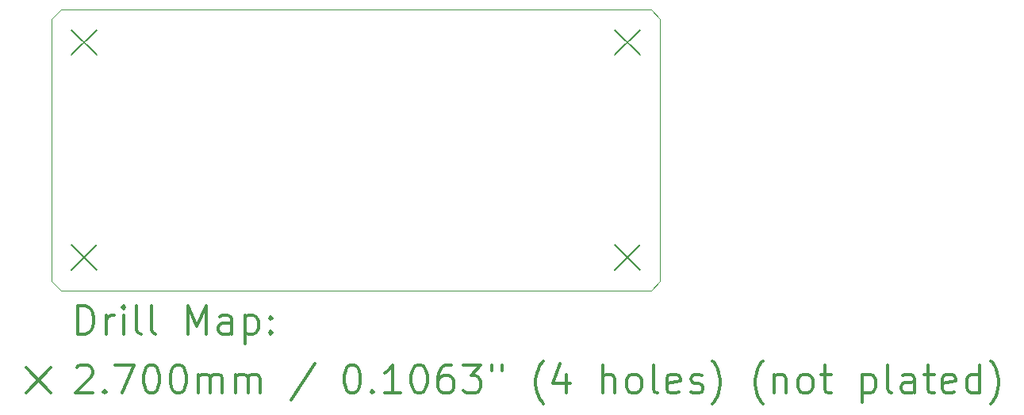
<source format=gbr>
%FSLAX45Y45*%
G04 Gerber Fmt 4.5, Leading zero omitted, Abs format (unit mm)*
G04 Created by KiCad (PCBNEW 5.1.10-88a1d61d58~88~ubuntu20.04.1) date 2021-05-10 23:57:14*
%MOMM*%
%LPD*%
G01*
G04 APERTURE LIST*
%TA.AperFunction,Profile*%
%ADD10C,0.050000*%
%TD*%
%ADD11C,0.200000*%
%ADD12C,0.300000*%
G04 APERTURE END LIST*
D10*
X18400000Y-8900000D02*
X12100000Y-8900000D01*
X18500000Y-9000000D02*
X18400000Y-8900000D01*
X18500000Y-11800000D02*
X18500000Y-9000000D01*
X18400000Y-11900000D02*
X18500000Y-11800000D01*
X12100000Y-11900000D02*
X18400000Y-11900000D01*
X12000000Y-11800000D02*
X12100000Y-11900000D01*
X12000000Y-9000000D02*
X12000000Y-11800000D01*
X12100000Y-8900000D02*
X12000000Y-9000000D01*
D11*
X12215000Y-9115000D02*
X12485000Y-9385000D01*
X12485000Y-9115000D02*
X12215000Y-9385000D01*
X12215000Y-11415000D02*
X12485000Y-11685000D01*
X12485000Y-11415000D02*
X12215000Y-11685000D01*
X18015000Y-9115000D02*
X18285000Y-9385000D01*
X18285000Y-9115000D02*
X18015000Y-9385000D01*
X18015000Y-11415000D02*
X18285000Y-11685000D01*
X18285000Y-11415000D02*
X18015000Y-11685000D01*
D12*
X12283928Y-12368214D02*
X12283928Y-12068214D01*
X12355357Y-12068214D01*
X12398214Y-12082500D01*
X12426786Y-12111071D01*
X12441071Y-12139643D01*
X12455357Y-12196786D01*
X12455357Y-12239643D01*
X12441071Y-12296786D01*
X12426786Y-12325357D01*
X12398214Y-12353929D01*
X12355357Y-12368214D01*
X12283928Y-12368214D01*
X12583928Y-12368214D02*
X12583928Y-12168214D01*
X12583928Y-12225357D02*
X12598214Y-12196786D01*
X12612500Y-12182500D01*
X12641071Y-12168214D01*
X12669643Y-12168214D01*
X12769643Y-12368214D02*
X12769643Y-12168214D01*
X12769643Y-12068214D02*
X12755357Y-12082500D01*
X12769643Y-12096786D01*
X12783928Y-12082500D01*
X12769643Y-12068214D01*
X12769643Y-12096786D01*
X12955357Y-12368214D02*
X12926786Y-12353929D01*
X12912500Y-12325357D01*
X12912500Y-12068214D01*
X13112500Y-12368214D02*
X13083928Y-12353929D01*
X13069643Y-12325357D01*
X13069643Y-12068214D01*
X13455357Y-12368214D02*
X13455357Y-12068214D01*
X13555357Y-12282500D01*
X13655357Y-12068214D01*
X13655357Y-12368214D01*
X13926786Y-12368214D02*
X13926786Y-12211071D01*
X13912500Y-12182500D01*
X13883928Y-12168214D01*
X13826786Y-12168214D01*
X13798214Y-12182500D01*
X13926786Y-12353929D02*
X13898214Y-12368214D01*
X13826786Y-12368214D01*
X13798214Y-12353929D01*
X13783928Y-12325357D01*
X13783928Y-12296786D01*
X13798214Y-12268214D01*
X13826786Y-12253929D01*
X13898214Y-12253929D01*
X13926786Y-12239643D01*
X14069643Y-12168214D02*
X14069643Y-12468214D01*
X14069643Y-12182500D02*
X14098214Y-12168214D01*
X14155357Y-12168214D01*
X14183928Y-12182500D01*
X14198214Y-12196786D01*
X14212500Y-12225357D01*
X14212500Y-12311071D01*
X14198214Y-12339643D01*
X14183928Y-12353929D01*
X14155357Y-12368214D01*
X14098214Y-12368214D01*
X14069643Y-12353929D01*
X14341071Y-12339643D02*
X14355357Y-12353929D01*
X14341071Y-12368214D01*
X14326786Y-12353929D01*
X14341071Y-12339643D01*
X14341071Y-12368214D01*
X14341071Y-12182500D02*
X14355357Y-12196786D01*
X14341071Y-12211071D01*
X14326786Y-12196786D01*
X14341071Y-12182500D01*
X14341071Y-12211071D01*
X11727500Y-12727500D02*
X11997500Y-12997500D01*
X11997500Y-12727500D02*
X11727500Y-12997500D01*
X12269643Y-12726786D02*
X12283928Y-12712500D01*
X12312500Y-12698214D01*
X12383928Y-12698214D01*
X12412500Y-12712500D01*
X12426786Y-12726786D01*
X12441071Y-12755357D01*
X12441071Y-12783929D01*
X12426786Y-12826786D01*
X12255357Y-12998214D01*
X12441071Y-12998214D01*
X12569643Y-12969643D02*
X12583928Y-12983929D01*
X12569643Y-12998214D01*
X12555357Y-12983929D01*
X12569643Y-12969643D01*
X12569643Y-12998214D01*
X12683928Y-12698214D02*
X12883928Y-12698214D01*
X12755357Y-12998214D01*
X13055357Y-12698214D02*
X13083928Y-12698214D01*
X13112500Y-12712500D01*
X13126786Y-12726786D01*
X13141071Y-12755357D01*
X13155357Y-12812500D01*
X13155357Y-12883929D01*
X13141071Y-12941071D01*
X13126786Y-12969643D01*
X13112500Y-12983929D01*
X13083928Y-12998214D01*
X13055357Y-12998214D01*
X13026786Y-12983929D01*
X13012500Y-12969643D01*
X12998214Y-12941071D01*
X12983928Y-12883929D01*
X12983928Y-12812500D01*
X12998214Y-12755357D01*
X13012500Y-12726786D01*
X13026786Y-12712500D01*
X13055357Y-12698214D01*
X13341071Y-12698214D02*
X13369643Y-12698214D01*
X13398214Y-12712500D01*
X13412500Y-12726786D01*
X13426786Y-12755357D01*
X13441071Y-12812500D01*
X13441071Y-12883929D01*
X13426786Y-12941071D01*
X13412500Y-12969643D01*
X13398214Y-12983929D01*
X13369643Y-12998214D01*
X13341071Y-12998214D01*
X13312500Y-12983929D01*
X13298214Y-12969643D01*
X13283928Y-12941071D01*
X13269643Y-12883929D01*
X13269643Y-12812500D01*
X13283928Y-12755357D01*
X13298214Y-12726786D01*
X13312500Y-12712500D01*
X13341071Y-12698214D01*
X13569643Y-12998214D02*
X13569643Y-12798214D01*
X13569643Y-12826786D02*
X13583928Y-12812500D01*
X13612500Y-12798214D01*
X13655357Y-12798214D01*
X13683928Y-12812500D01*
X13698214Y-12841071D01*
X13698214Y-12998214D01*
X13698214Y-12841071D02*
X13712500Y-12812500D01*
X13741071Y-12798214D01*
X13783928Y-12798214D01*
X13812500Y-12812500D01*
X13826786Y-12841071D01*
X13826786Y-12998214D01*
X13969643Y-12998214D02*
X13969643Y-12798214D01*
X13969643Y-12826786D02*
X13983928Y-12812500D01*
X14012500Y-12798214D01*
X14055357Y-12798214D01*
X14083928Y-12812500D01*
X14098214Y-12841071D01*
X14098214Y-12998214D01*
X14098214Y-12841071D02*
X14112500Y-12812500D01*
X14141071Y-12798214D01*
X14183928Y-12798214D01*
X14212500Y-12812500D01*
X14226786Y-12841071D01*
X14226786Y-12998214D01*
X14812500Y-12683929D02*
X14555357Y-13069643D01*
X15198214Y-12698214D02*
X15226786Y-12698214D01*
X15255357Y-12712500D01*
X15269643Y-12726786D01*
X15283928Y-12755357D01*
X15298214Y-12812500D01*
X15298214Y-12883929D01*
X15283928Y-12941071D01*
X15269643Y-12969643D01*
X15255357Y-12983929D01*
X15226786Y-12998214D01*
X15198214Y-12998214D01*
X15169643Y-12983929D01*
X15155357Y-12969643D01*
X15141071Y-12941071D01*
X15126786Y-12883929D01*
X15126786Y-12812500D01*
X15141071Y-12755357D01*
X15155357Y-12726786D01*
X15169643Y-12712500D01*
X15198214Y-12698214D01*
X15426786Y-12969643D02*
X15441071Y-12983929D01*
X15426786Y-12998214D01*
X15412500Y-12983929D01*
X15426786Y-12969643D01*
X15426786Y-12998214D01*
X15726786Y-12998214D02*
X15555357Y-12998214D01*
X15641071Y-12998214D02*
X15641071Y-12698214D01*
X15612500Y-12741071D01*
X15583928Y-12769643D01*
X15555357Y-12783929D01*
X15912500Y-12698214D02*
X15941071Y-12698214D01*
X15969643Y-12712500D01*
X15983928Y-12726786D01*
X15998214Y-12755357D01*
X16012500Y-12812500D01*
X16012500Y-12883929D01*
X15998214Y-12941071D01*
X15983928Y-12969643D01*
X15969643Y-12983929D01*
X15941071Y-12998214D01*
X15912500Y-12998214D01*
X15883928Y-12983929D01*
X15869643Y-12969643D01*
X15855357Y-12941071D01*
X15841071Y-12883929D01*
X15841071Y-12812500D01*
X15855357Y-12755357D01*
X15869643Y-12726786D01*
X15883928Y-12712500D01*
X15912500Y-12698214D01*
X16269643Y-12698214D02*
X16212500Y-12698214D01*
X16183928Y-12712500D01*
X16169643Y-12726786D01*
X16141071Y-12769643D01*
X16126786Y-12826786D01*
X16126786Y-12941071D01*
X16141071Y-12969643D01*
X16155357Y-12983929D01*
X16183928Y-12998214D01*
X16241071Y-12998214D01*
X16269643Y-12983929D01*
X16283928Y-12969643D01*
X16298214Y-12941071D01*
X16298214Y-12869643D01*
X16283928Y-12841071D01*
X16269643Y-12826786D01*
X16241071Y-12812500D01*
X16183928Y-12812500D01*
X16155357Y-12826786D01*
X16141071Y-12841071D01*
X16126786Y-12869643D01*
X16398214Y-12698214D02*
X16583928Y-12698214D01*
X16483928Y-12812500D01*
X16526786Y-12812500D01*
X16555357Y-12826786D01*
X16569643Y-12841071D01*
X16583928Y-12869643D01*
X16583928Y-12941071D01*
X16569643Y-12969643D01*
X16555357Y-12983929D01*
X16526786Y-12998214D01*
X16441071Y-12998214D01*
X16412500Y-12983929D01*
X16398214Y-12969643D01*
X16698214Y-12698214D02*
X16698214Y-12755357D01*
X16812500Y-12698214D02*
X16812500Y-12755357D01*
X17255357Y-13112500D02*
X17241071Y-13098214D01*
X17212500Y-13055357D01*
X17198214Y-13026786D01*
X17183928Y-12983929D01*
X17169643Y-12912500D01*
X17169643Y-12855357D01*
X17183928Y-12783929D01*
X17198214Y-12741071D01*
X17212500Y-12712500D01*
X17241071Y-12669643D01*
X17255357Y-12655357D01*
X17498214Y-12798214D02*
X17498214Y-12998214D01*
X17426786Y-12683929D02*
X17355357Y-12898214D01*
X17541071Y-12898214D01*
X17883928Y-12998214D02*
X17883928Y-12698214D01*
X18012500Y-12998214D02*
X18012500Y-12841071D01*
X17998214Y-12812500D01*
X17969643Y-12798214D01*
X17926786Y-12798214D01*
X17898214Y-12812500D01*
X17883928Y-12826786D01*
X18198214Y-12998214D02*
X18169643Y-12983929D01*
X18155357Y-12969643D01*
X18141071Y-12941071D01*
X18141071Y-12855357D01*
X18155357Y-12826786D01*
X18169643Y-12812500D01*
X18198214Y-12798214D01*
X18241071Y-12798214D01*
X18269643Y-12812500D01*
X18283928Y-12826786D01*
X18298214Y-12855357D01*
X18298214Y-12941071D01*
X18283928Y-12969643D01*
X18269643Y-12983929D01*
X18241071Y-12998214D01*
X18198214Y-12998214D01*
X18469643Y-12998214D02*
X18441071Y-12983929D01*
X18426786Y-12955357D01*
X18426786Y-12698214D01*
X18698214Y-12983929D02*
X18669643Y-12998214D01*
X18612500Y-12998214D01*
X18583928Y-12983929D01*
X18569643Y-12955357D01*
X18569643Y-12841071D01*
X18583928Y-12812500D01*
X18612500Y-12798214D01*
X18669643Y-12798214D01*
X18698214Y-12812500D01*
X18712500Y-12841071D01*
X18712500Y-12869643D01*
X18569643Y-12898214D01*
X18826786Y-12983929D02*
X18855357Y-12998214D01*
X18912500Y-12998214D01*
X18941071Y-12983929D01*
X18955357Y-12955357D01*
X18955357Y-12941071D01*
X18941071Y-12912500D01*
X18912500Y-12898214D01*
X18869643Y-12898214D01*
X18841071Y-12883929D01*
X18826786Y-12855357D01*
X18826786Y-12841071D01*
X18841071Y-12812500D01*
X18869643Y-12798214D01*
X18912500Y-12798214D01*
X18941071Y-12812500D01*
X19055357Y-13112500D02*
X19069643Y-13098214D01*
X19098214Y-13055357D01*
X19112500Y-13026786D01*
X19126786Y-12983929D01*
X19141071Y-12912500D01*
X19141071Y-12855357D01*
X19126786Y-12783929D01*
X19112500Y-12741071D01*
X19098214Y-12712500D01*
X19069643Y-12669643D01*
X19055357Y-12655357D01*
X19598214Y-13112500D02*
X19583928Y-13098214D01*
X19555357Y-13055357D01*
X19541071Y-13026786D01*
X19526786Y-12983929D01*
X19512500Y-12912500D01*
X19512500Y-12855357D01*
X19526786Y-12783929D01*
X19541071Y-12741071D01*
X19555357Y-12712500D01*
X19583928Y-12669643D01*
X19598214Y-12655357D01*
X19712500Y-12798214D02*
X19712500Y-12998214D01*
X19712500Y-12826786D02*
X19726786Y-12812500D01*
X19755357Y-12798214D01*
X19798214Y-12798214D01*
X19826786Y-12812500D01*
X19841071Y-12841071D01*
X19841071Y-12998214D01*
X20026786Y-12998214D02*
X19998214Y-12983929D01*
X19983928Y-12969643D01*
X19969643Y-12941071D01*
X19969643Y-12855357D01*
X19983928Y-12826786D01*
X19998214Y-12812500D01*
X20026786Y-12798214D01*
X20069643Y-12798214D01*
X20098214Y-12812500D01*
X20112500Y-12826786D01*
X20126786Y-12855357D01*
X20126786Y-12941071D01*
X20112500Y-12969643D01*
X20098214Y-12983929D01*
X20069643Y-12998214D01*
X20026786Y-12998214D01*
X20212500Y-12798214D02*
X20326786Y-12798214D01*
X20255357Y-12698214D02*
X20255357Y-12955357D01*
X20269643Y-12983929D01*
X20298214Y-12998214D01*
X20326786Y-12998214D01*
X20655357Y-12798214D02*
X20655357Y-13098214D01*
X20655357Y-12812500D02*
X20683928Y-12798214D01*
X20741071Y-12798214D01*
X20769643Y-12812500D01*
X20783928Y-12826786D01*
X20798214Y-12855357D01*
X20798214Y-12941071D01*
X20783928Y-12969643D01*
X20769643Y-12983929D01*
X20741071Y-12998214D01*
X20683928Y-12998214D01*
X20655357Y-12983929D01*
X20969643Y-12998214D02*
X20941071Y-12983929D01*
X20926786Y-12955357D01*
X20926786Y-12698214D01*
X21212500Y-12998214D02*
X21212500Y-12841071D01*
X21198214Y-12812500D01*
X21169643Y-12798214D01*
X21112500Y-12798214D01*
X21083928Y-12812500D01*
X21212500Y-12983929D02*
X21183928Y-12998214D01*
X21112500Y-12998214D01*
X21083928Y-12983929D01*
X21069643Y-12955357D01*
X21069643Y-12926786D01*
X21083928Y-12898214D01*
X21112500Y-12883929D01*
X21183928Y-12883929D01*
X21212500Y-12869643D01*
X21312500Y-12798214D02*
X21426786Y-12798214D01*
X21355357Y-12698214D02*
X21355357Y-12955357D01*
X21369643Y-12983929D01*
X21398214Y-12998214D01*
X21426786Y-12998214D01*
X21641071Y-12983929D02*
X21612500Y-12998214D01*
X21555357Y-12998214D01*
X21526786Y-12983929D01*
X21512500Y-12955357D01*
X21512500Y-12841071D01*
X21526786Y-12812500D01*
X21555357Y-12798214D01*
X21612500Y-12798214D01*
X21641071Y-12812500D01*
X21655357Y-12841071D01*
X21655357Y-12869643D01*
X21512500Y-12898214D01*
X21912500Y-12998214D02*
X21912500Y-12698214D01*
X21912500Y-12983929D02*
X21883928Y-12998214D01*
X21826786Y-12998214D01*
X21798214Y-12983929D01*
X21783928Y-12969643D01*
X21769643Y-12941071D01*
X21769643Y-12855357D01*
X21783928Y-12826786D01*
X21798214Y-12812500D01*
X21826786Y-12798214D01*
X21883928Y-12798214D01*
X21912500Y-12812500D01*
X22026786Y-13112500D02*
X22041071Y-13098214D01*
X22069643Y-13055357D01*
X22083928Y-13026786D01*
X22098214Y-12983929D01*
X22112500Y-12912500D01*
X22112500Y-12855357D01*
X22098214Y-12783929D01*
X22083928Y-12741071D01*
X22069643Y-12712500D01*
X22041071Y-12669643D01*
X22026786Y-12655357D01*
M02*

</source>
